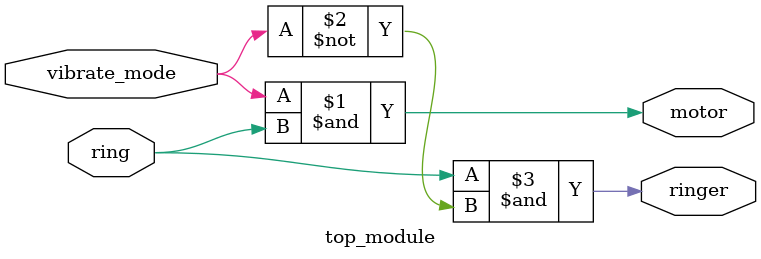
<source format=v>
module top_module (
    input ring,
    input vibrate_mode,
    output ringer,       // Make sound
    output motor         // Vibrate
);
    
    assign motor = vibrate_mode & ring;
    assign ringer = ring & ~vibrate_mode;
        
endmodule
</source>
